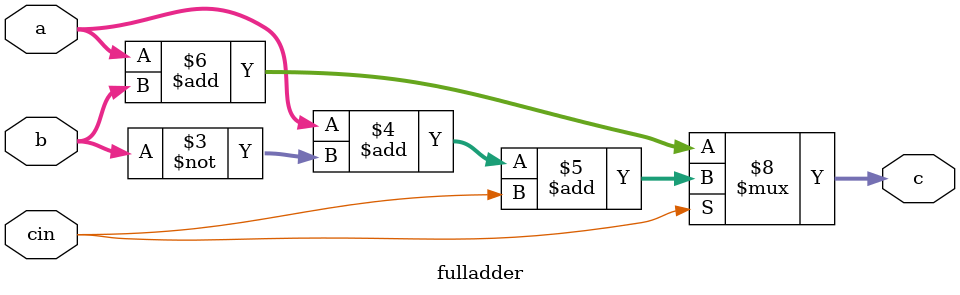
<source format=sv>
 module fulladder(input logic [31:0] a, b, 
						input logic cin, 
						output logic [31:0] c);

	always_comb begin
		
		if (cin == 1'b1)
			c = a + ~b + cin;
		
		else
			c = a + b;
			
	end
								
endmodule

</source>
